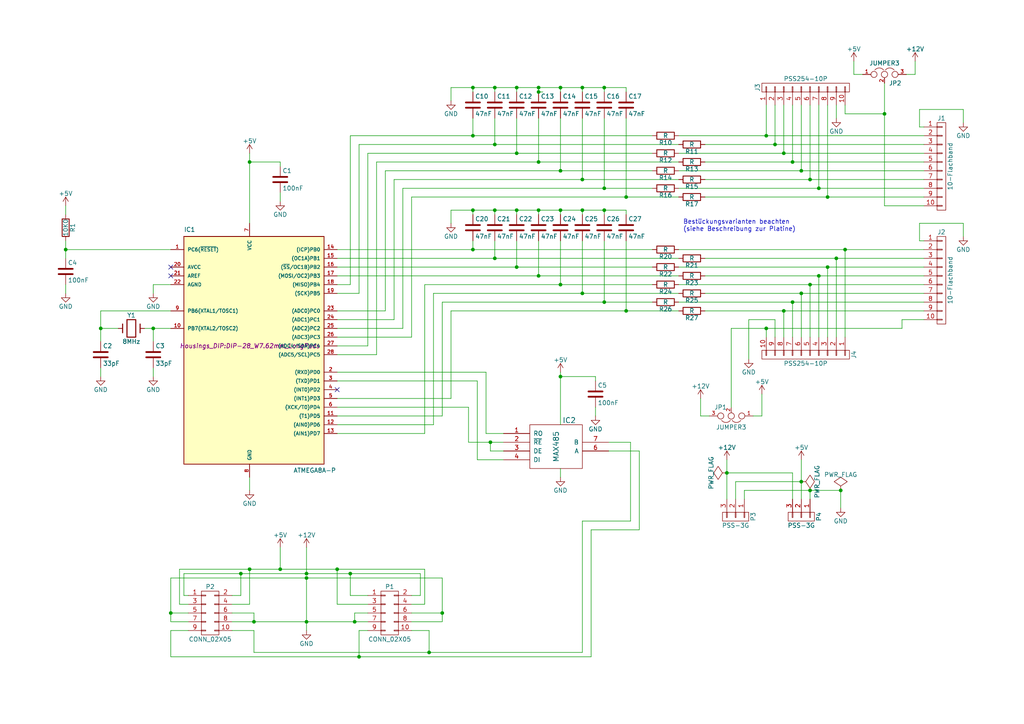
<source format=kicad_sch>
(kicad_sch (version 20230121) (generator eeschema)
  (paper "A4")
  (title_block (title "µProzessor-ATMEGA8") (date "2019-03-04") (rev "1") (comment 2 "MoBaSbS-004") (comment 3 "µProzessor Board-ATMEGA8") (comment 4 "MoBaSbS"))
  (lib_symbols
    (symbol "MoBaSbS-004-1-AtMega8-rescue:+12V" (power) (pin_names (offset 0))
      (property "Value" "+12V" (at 0 3.556 0))
      (symbol "+12V_0_1"
        (polyline (pts (xy -0.762 1.27) (xy 0 2.54)))
        (polyline (pts (xy 0 0) (xy 0 2.54)))
        (polyline (pts (xy 0 2.54) (xy 0.762 1.27)))
      )
      (symbol "+12V_1_1"
        (pin power_in line (at 0 0 90) (length 0) hide (name "+12V") (number "1"))
      )
    )
    (symbol "MoBaSbS-004-1-AtMega8-rescue:+5V" (power) (pin_names (offset 0))
      (property "Value" "+5V" (at 0 3.556 0))
      (symbol "+5V_0_1"
        (polyline (pts (xy -0.762 1.27) (xy 0 2.54)))
        (polyline (pts (xy 0 0) (xy 0 2.54)))
        (polyline (pts (xy 0 2.54) (xy 0.762 1.27)))
      )
      (symbol "+5V_1_1"
        (pin power_in line (at 0 0 90) (length 0) hide (name "+5V") (number "1"))
      )
    )
    (symbol "MoBaSbS-004-1-AtMega8-rescue:ATMEGA8A-P" (pin_names (offset 1.016))
      (property "Reference" "IC" (at -19.05 33.02 0))
      (property "Value" "ATMEGA8A-P" (at 12.7 -36.83 0))
      (property "Footprint" "DIL28" (at 0 0 0))
      (symbol "ATMEGA8A-P_0_1"
        (rectangle (start -19.05 31.75) (end 21.59 -34.29) (stroke (width 0.254)) (fill (type background)))
      )
      (symbol "ATMEGA8A-P_1_1"
        (pin bidirectional line (at -22.86 27.94 0) (length 3.81) (name "PC6(~{RESET})") (number "1"))
        (pin bidirectional line (at -22.86 5.08 0) (length 3.81) (name "PB7(XTAL2/TOSC2)") (number "10"))
        (pin bidirectional line (at 25.4 -20.32 180) (length 3.81) (name "(T1)PD5") (number "11"))
        (pin bidirectional line (at 25.4 -22.86 180) (length 3.81) (name "(AIN0)PD6") (number "12"))
        (pin bidirectional line (at 25.4 -25.4 180) (length 3.81) (name "(AIN1)PD7") (number "13"))
        (pin bidirectional line (at 25.4 27.94 180) (length 3.81) (name "(ICP)PB0") (number "14"))
        (pin bidirectional line (at 25.4 25.4 180) (length 3.81) (name "(OC1A)PB1") (number "15"))
        (pin bidirectional line (at 25.4 22.86 180) (length 3.81) (name "(~{SS}/OC1B)PB2") (number "16"))
        (pin bidirectional line (at 25.4 20.32 180) (length 3.81) (name "(MOSI/OC2)PB3") (number "17"))
        (pin bidirectional line (at 25.4 17.78 180) (length 3.81) (name "(MISO)PB4") (number "18"))
        (pin bidirectional line (at 25.4 15.24 180) (length 3.81) (name "(SCK)PB5") (number "19"))
        (pin bidirectional line (at 25.4 -7.62 180) (length 3.81) (name "(RXD)PD0") (number "2"))
        (pin power_in line (at -22.86 22.86 0) (length 3.81) (name "AVCC") (number "20"))
        (pin bidirectional line (at -22.86 20.32 0) (length 3.81) (name "AREF") (number "21"))
        (pin power_in line (at -22.86 17.78 0) (length 3.81) (name "AGND") (number "22"))
        (pin bidirectional line (at 25.4 10.16 180) (length 3.81) (name "(ADC0)PC0") (number "23"))
        (pin bidirectional line (at 25.4 7.62 180) (length 3.81) (name "(ADC1)PC1") (number "24"))
        (pin bidirectional line (at 25.4 5.08 180) (length 3.81) (name "(ADC2)PC2") (number "25"))
        (pin bidirectional line (at 25.4 2.54 180) (length 3.81) (name "(ADC3)PC3") (number "26"))
        (pin bidirectional line (at 25.4 0 180) (length 3.81) (name "(ADC4/SDA)PC4") (number "27"))
        (pin bidirectional line (at 25.4 -2.54 180) (length 3.81) (name "(ADC5/SCL)PC5") (number "28"))
        (pin bidirectional line (at 25.4 -10.16 180) (length 3.81) (name "(TXD)PD1") (number "3"))
        (pin bidirectional line (at 25.4 -12.7 180) (length 3.81) (name "(INT0)PD2") (number "4"))
        (pin bidirectional line (at 25.4 -15.24 180) (length 3.81) (name "(INT1)PD3") (number "5"))
        (pin bidirectional line (at 25.4 -17.78 180) (length 3.81) (name "(XCK/T0)PD4") (number "6"))
        (pin power_in line (at 0 35.56 270) (length 3.81) (name "VCC") (number "7"))
        (pin power_in line (at 0 -38.1 90) (length 3.81) (name "GND") (number "8"))
        (pin bidirectional line (at -22.86 10.16 0) (length 3.81) (name "PB6(XTAL1/TOSC1)") (number "9"))
      )
    )
    (symbol "MoBaSbS-004-1-AtMega8-rescue:C" (pin_numbers hide) (pin_names (offset 0.254))
      (property "Reference" "C" (at 0.635 2.54 0))
      (property "Value" "C" (at 0.635 -2.54 0))
      (symbol "C_0_1"
        (polyline (pts (xy -2.032 -0.762) (xy 2.032 -0.762)) (stroke (width 0.508)))
        (polyline (pts (xy -2.032 0.762) (xy 2.032 0.762)) (stroke (width 0.508)))
      )
      (symbol "C_1_1"
        (pin passive line (at 0 3.81 270) (length 2.794) (name "~") (number "1"))
        (pin passive line (at 0 -3.81 90) (length 2.794) (name "~") (number "2"))
      )
    )
    (symbol "MoBaSbS-004-1-AtMega8-rescue:CONN_01X03" (pin_names (offset 1.016) hide)
      (property "Reference" "P" (at 0 5.08 0))
      (property "Value" "CONN_01X03" (at 2.54 0 90))
      (symbol "CONN_01X03_0_1"
        (rectangle (start -1.27 -2.413) (end 0.254 -2.667))
        (rectangle (start -1.27 0.127) (end 0.254 -0.127))
        (rectangle (start -1.27 2.667) (end 0.254 2.413))
        (rectangle (start -1.27 3.81) (end 1.27 -3.81))
      )
      (symbol "CONN_01X03_1_1"
        (pin passive line (at -5.08 2.54 0) (length 3.81) (name "P1") (number "1"))
        (pin passive line (at -5.08 0 0) (length 3.81) (name "P2") (number "2"))
        (pin passive line (at -5.08 -2.54 0) (length 3.81) (name "P3") (number "3"))
      )
    )
    (symbol "MoBaSbS-004-1-AtMega8-rescue:CONN_01X10" (pin_names (offset 1.016) hide)
      (property "Reference" "P" (at 0 13.97 0))
      (property "Value" "CONN_01X10" (at 2.54 0 90))
      (symbol "CONN_01X10_0_1"
        (rectangle (start -1.27 -11.303) (end 0.254 -11.557))
        (rectangle (start -1.27 -8.763) (end 0.254 -9.017))
        (rectangle (start -1.27 -6.223) (end 0.254 -6.477))
        (rectangle (start -1.27 -3.683) (end 0.254 -3.937))
        (rectangle (start -1.27 -1.143) (end 0.254 -1.397))
        (rectangle (start -1.27 1.397) (end 0.254 1.143))
        (rectangle (start -1.27 3.937) (end 0.254 3.683))
        (rectangle (start -1.27 6.477) (end 0.254 6.223))
        (rectangle (start -1.27 9.017) (end 0.254 8.763))
        (rectangle (start -1.27 11.557) (end 0.254 11.303))
        (rectangle (start -1.27 12.7) (end 1.27 -12.7))
      )
      (symbol "CONN_01X10_1_1"
        (pin passive line (at -5.08 11.43 0) (length 3.81) (name "P1") (number "1"))
        (pin passive line (at -5.08 -11.43 0) (length 3.81) (name "P10") (number "10"))
        (pin passive line (at -5.08 8.89 0) (length 3.81) (name "P2") (number "2"))
        (pin passive line (at -5.08 6.35 0) (length 3.81) (name "P3") (number "3"))
        (pin passive line (at -5.08 3.81 0) (length 3.81) (name "P4") (number "4"))
        (pin passive line (at -5.08 1.27 0) (length 3.81) (name "P5") (number "5"))
        (pin passive line (at -5.08 -1.27 0) (length 3.81) (name "P6") (number "6"))
        (pin passive line (at -5.08 -3.81 0) (length 3.81) (name "P7") (number "7"))
        (pin passive line (at -5.08 -6.35 0) (length 3.81) (name "P8") (number "8"))
        (pin passive line (at -5.08 -8.89 0) (length 3.81) (name "P9") (number "9"))
      )
    )
    (symbol "MoBaSbS-004-1-AtMega8-rescue:CONN_02X05" (pin_names (offset 0.0254) hide)
      (property "Reference" "P" (at 0 7.62 0))
      (property "Value" "CONN_02X05" (at 0 -7.62 0))
      (symbol "CONN_02X05_0_1"
        (rectangle (start -2.54 -4.953) (end -1.27 -5.207))
        (rectangle (start -2.54 -2.413) (end -1.27 -2.667))
        (rectangle (start -2.54 0.127) (end -1.27 -0.127))
        (rectangle (start -2.54 2.667) (end -1.27 2.413))
        (rectangle (start -2.54 5.207) (end -1.27 4.953))
        (rectangle (start -2.54 6.35) (end 2.54 -6.35))
        (rectangle (start 1.27 -4.953) (end 2.54 -5.207))
        (rectangle (start 1.27 -2.413) (end 2.54 -2.667))
        (rectangle (start 1.27 0.127) (end 2.54 -0.127))
        (rectangle (start 1.27 2.667) (end 2.54 2.413))
        (rectangle (start 1.27 5.207) (end 2.54 4.953))
      )
      (symbol "CONN_02X05_1_1"
        (pin passive line (at -6.35 5.08 0) (length 3.81) (name "P1") (number "1"))
        (pin passive line (at 6.35 -5.08 180) (length 3.81) (name "P10") (number "10"))
        (pin passive line (at 6.35 5.08 180) (length 3.81) (name "P2") (number "2"))
        (pin passive line (at -6.35 2.54 0) (length 3.81) (name "P3") (number "3"))
        (pin passive line (at 6.35 2.54 180) (length 3.81) (name "P4") (number "4"))
        (pin passive line (at -6.35 0 0) (length 3.81) (name "P5") (number "5"))
        (pin passive line (at 6.35 0 180) (length 3.81) (name "P6") (number "6"))
        (pin passive line (at -6.35 -2.54 0) (length 3.81) (name "P7") (number "7"))
        (pin passive line (at 6.35 -2.54 180) (length 3.81) (name "P8") (number "8"))
        (pin passive line (at -6.35 -5.08 0) (length 3.81) (name "P9") (number "9"))
      )
    )
    (symbol "MoBaSbS-004-1-AtMega8-rescue:Crystal" (pin_numbers hide) (pin_names (offset 1.016) hide)
      (property "Reference" "Y" (at 0 3.81 0))
      (property "Value" "Crystal" (at 0 -3.81 0))
      (symbol "Crystal_0_1"
        (rectangle (start -1.27 2.54) (end 1.27 -2.54) (stroke (width 0.3048)))
        (polyline (pts (xy -2.54 -1.27) (xy -2.54 1.27)) (stroke (width 0.3048)))
        (polyline (pts (xy 2.54 -1.27) (xy 2.54 1.27)) (stroke (width 0.3048)))
      )
      (symbol "Crystal_1_1"
        (pin passive line (at -3.81 0 0) (length 1.27) (name "1") (number "1"))
        (pin passive line (at 3.81 0 180) (length 1.27) (name "2") (number "2"))
      )
    )
    (symbol "MoBaSbS-004-1-AtMega8-rescue:GND" (power) (pin_names (offset 0))
      (property "Value" "GND" (at 0 -3.81 0))
      (symbol "GND_0_1"
        (polyline (pts (xy 0 0) (xy 0 -1.27) (xy 1.27 -1.27) (xy 0 -2.54) (xy -1.27 -1.27) (xy 0 -1.27)))
      )
      (symbol "GND_1_1"
        (pin power_in line (at 0 0 270) (length 0) hide (name "GND") (number "1"))
      )
    )
    (symbol "MoBaSbS-004-1-AtMega8-rescue:JUMPER3" (pin_names (offset 0.762) hide)
      (property "Reference" "JP" (at 1.27 -2.54 0))
      (property "Value" "JUMPER3" (at 0 2.54 0))
      (symbol "JUMPER3_0_1"
        (circle (center -3.048 0) (radius 0.889))
        (arc (start -0.254 1.27) (mid -1.524 1.8804) (end -2.794 1.27))
        (circle (center 0 0) (radius 0.9144))
        (arc (start 2.794 1.27) (mid 1.524 1.8804) (end 0.254 1.27))
        (circle (center 3.048 0) (radius 0.889))
        (pin passive line (at -6.35 0 0) (length 2.413) (name "1") (number "1"))
        (pin passive line (at 0 -2.54 90) (length 1.524) (name "2") (number "2"))
        (pin passive line (at 6.35 0 180) (length 2.413) (name "3") (number "3"))
      )
    )
    (symbol "MoBaSbS-004-1-AtMega8-rescue:MAX485" (pin_names (offset 1.016))
      (property "Reference" "U" (at 3.81 7.62 0))
      (property "Value" "MAX485" (at 0 0 90))
      (symbol "MAX485_0_1"
        (rectangle (start -7.62 6.35) (end 7.62 -6.35))
      )
      (symbol "MAX485_1_1"
        (pin output line (at -15.24 3.81 0) (length 7.62) (name "RO") (number "1"))
        (pin input line (at -15.24 1.27 0) (length 7.62) (name "~{RE}") (number "2"))
        (pin input line (at -15.24 -1.27 0) (length 7.62) (name "DE") (number "3"))
        (pin input line (at -15.24 -3.81 0) (length 7.62) (name "DI") (number "4"))
        (pin power_in line (at 1.27 -6.35 180) (length 0) hide (name "GND") (number "5"))
        (pin bidirectional line (at 15.24 -1.27 180) (length 7.62) (name "A") (number "6"))
        (pin bidirectional line (at 15.24 1.27 180) (length 7.62) (name "B") (number "7"))
        (pin power_in line (at 1.27 6.35 180) (length 0) hide (name "VCC") (number "8"))
      )
    )
    (symbol "MoBaSbS-004-1-AtMega8-rescue:PWR_FLAG" (power) (pin_numbers hide) (pin_names (offset 0) hide)
      (property "Value" "PWR_FLAG" (at 0 4.572 0))
      (symbol "PWR_FLAG_0_0"
        (pin power_out line (at 0 0 90) (length 0) (name "pwr") (number "1"))
      )
      (symbol "PWR_FLAG_0_1"
        (polyline (pts (xy 0 0) (xy 0 1.27) (xy -1.905 2.54) (xy 0 3.81) (xy 1.905 2.54) (xy 0 1.27)))
      )
    )
    (symbol "MoBaSbS-004-1-AtMega8-rescue:R" (pin_numbers hide) (pin_names (offset 0))
      (property "Reference" "R" (at 2.032 0 90))
      (property "Value" "R" (at 0 0 90))
      (symbol "R_0_1"
        (rectangle (start -1.016 -2.54) (end 1.016 2.54) (stroke (width 0.254)))
      )
      (symbol "R_1_1"
        (pin passive line (at 0 3.81 270) (length 1.27) (name "~") (number "1"))
        (pin passive line (at 0 -3.81 90) (length 1.27) (name "~") (number "2"))
      )
    )
  )
  (junction (at 240.03 57.15))
  (junction (at 149.86 60.96))
  (junction (at 44.45 95.25))
  (junction (at 227.33 44.45))
  (junction (at 175.26 25.4))
  (junction (at 162.56 25.4))
  (junction (at 143.51 41.91))
  (junction (at 162.56 49.53))
  (junction (at 242.57 74.93))
  (junction (at 49.53 177.8))
  (junction (at 137.16 60.96))
  (junction (at 222.25 95.25))
  (junction (at 175.26 60.96))
  (junction (at 88.9 180.34))
  (junction (at 72.39 46.99))
  (junction (at 162.56 60.96))
  (junction (at 224.79 41.91))
  (junction (at 149.86 77.47))
  (junction (at 181.61 57.15))
  (junction (at 227.33 90.17))
  (junction (at 97.79 165.1))
  (junction (at 143.51 25.4))
  (junction (at 256.54 33.02))
  (junction (at 175.26 54.61))
  (junction (at 237.49 54.61))
  (junction (at 232.41 139.7))
  (junction (at 232.41 85.09))
  (junction (at 143.51 74.93))
  (junction (at 102.87 180.34))
  (junction (at 149.86 25.4))
  (junction (at 104.14 190.5))
  (junction (at 156.21 60.96))
  (junction (at 88.9 167.64))
  (junction (at 72.39 165.1))
  (junction (at 19.05 72.39))
  (junction (at 245.11 72.39))
  (junction (at 128.27 177.8))
  (junction (at 101.6 166.37))
  (junction (at 69.85 166.37))
  (junction (at 88.9 166.37))
  (junction (at 168.91 52.07))
  (junction (at 229.87 87.63))
  (junction (at 29.21 95.25))
  (junction (at 222.25 39.37))
  (junction (at 234.95 142.24))
  (junction (at 168.91 85.09))
  (junction (at 142.24 128.27))
  (junction (at 156.21 26.67))
  (junction (at 156.21 46.99))
  (junction (at 162.56 82.55))
  (junction (at 137.16 39.37))
  (junction (at 73.66 180.34))
  (junction (at 232.41 49.53))
  (junction (at 175.26 87.63))
  (junction (at 237.49 80.01))
  (junction (at 156.21 25.4))
  (junction (at 210.82 137.16))
  (junction (at 234.95 82.55))
  (junction (at 137.16 72.39))
  (junction (at 168.91 60.96))
  (junction (at 149.86 44.45))
  (junction (at 162.56 109.22))
  (junction (at 240.03 77.47))
  (junction (at 181.61 90.17))
  (junction (at 137.16 25.4))
  (junction (at 243.84 142.24))
  (junction (at 234.95 52.07))
  (junction (at 156.21 80.01))
  (junction (at 229.87 46.99))
  (junction (at 143.51 60.96))
  (junction (at 168.91 25.4))
  (junction (at 124.46 189.23))
  (junction (at 81.28 165.1))
  (no_connect (at 49.53 80.01))
  (no_connect (at 49.53 77.47))
  (no_connect (at 97.79 113.03))
  (wire (pts (xy 279.4 31.75) (xy 279.4 35.56)))
  (wire (pts (xy 97.79 90.17) (xy 111.76 90.17)))
  (wire (pts (xy 220.98 120.65) (xy 220.98 114.3)))
  (wire (pts (xy 242.57 97.79) (xy 242.57 74.93)))
  (wire (pts (xy 72.39 165.1) (xy 52.07 165.1)))
  (wire (pts (xy 168.91 26.67) (xy 168.91 25.4)))
  (wire (pts (xy 149.86 44.45) (xy 189.23 44.45)))
  (wire (pts (xy 247.65 21.59) (xy 247.65 17.78)))
  (wire (pts (xy 104.14 190.5) (xy 171.45 190.5)))
  (wire (pts (xy 156.21 46.99) (xy 196.85 46.99)))
  (wire (pts (xy 137.16 69.85) (xy 137.16 72.39)))
  (wire (pts (xy 130.81 90.17) (xy 181.61 90.17)))
  (wire (pts (xy 138.43 133.35) (xy 138.43 110.49)))
  (wire (pts (xy 242.57 74.93) (xy 267.97 74.93)))
  (wire (pts (xy 232.41 49.53) (xy 267.97 49.53)))
  (wire (pts (xy 240.03 97.79) (xy 240.03 77.47)))
  (wire (pts (xy 49.53 90.17) (xy 29.21 90.17)))
  (wire (pts (xy 49.53 177.8) (xy 54.61 177.8)))
  (wire (pts (xy 72.39 44.45) (xy 72.39 46.99)))
  (wire (pts (xy 156.21 60.96) (xy 162.56 60.96)))
  (wire (pts (xy 204.47 80.01) (xy 237.49 80.01)))
  (wire (pts (xy 196.85 87.63) (xy 229.87 87.63)))
  (wire (pts (xy 137.16 62.23) (xy 137.16 60.96)))
  (wire (pts (xy 217.17 92.71) (xy 217.17 104.14)))
  (wire (pts (xy 88.9 180.34) (xy 88.9 182.88)))
  (wire (pts (xy 73.66 182.88) (xy 73.66 189.23)))
  (wire (pts (xy 119.38 182.88) (xy 124.46 182.88)))
  (wire (pts (xy 124.46 182.88) (xy 124.46 189.23)))
  (wire (pts (xy 256.54 33.02) (xy 256.54 59.69)))
  (wire (pts (xy 88.9 158.75) (xy 88.9 166.37)))
  (wire (pts (xy 19.05 69.85) (xy 19.05 72.39)))
  (wire (pts (xy 143.51 69.85) (xy 143.51 74.93)))
  (wire (pts (xy 119.38 97.79) (xy 119.38 57.15)))
  (wire (pts (xy 101.6 82.55) (xy 101.6 39.37)))
  (wire (pts (xy 204.47 74.93) (xy 242.57 74.93)))
  (wire (pts (xy 146.05 133.35) (xy 138.43 133.35)))
  (wire (pts (xy 49.53 82.55) (xy 44.45 82.55)))
  (wire (pts (xy 19.05 62.23) (xy 19.05 59.69)))
  (wire (pts (xy 162.56 135.89) (xy 162.56 138.43)))
  (wire (pts (xy 143.51 60.96) (xy 149.86 60.96)))
  (wire (pts (xy 196.85 82.55) (xy 234.95 82.55)))
  (wire (pts (xy 106.68 100.33) (xy 106.68 44.45)))
  (wire (pts (xy 279.4 64.77) (xy 279.4 68.58)))
  (wire (pts (xy 222.25 97.79) (xy 222.25 95.25)))
  (wire (pts (xy 123.19 125.73) (xy 97.79 125.73)))
  (wire (pts (xy 222.25 95.25) (xy 261.62 95.25)))
  (wire (pts (xy 196.85 39.37) (xy 222.25 39.37)))
  (wire (pts (xy 234.95 52.07) (xy 267.97 52.07)))
  (wire (pts (xy 106.68 175.26) (xy 97.79 175.26)))
  (wire (pts (xy 237.49 30.48) (xy 237.49 54.61)))
  (wire (pts (xy 172.72 118.11) (xy 172.72 120.65)))
  (wire (pts (xy 149.86 60.96) (xy 156.21 60.96)))
  (wire (pts (xy 111.76 90.17) (xy 111.76 49.53)))
  (wire (pts (xy 44.45 82.55) (xy 44.45 85.09)))
  (wire (pts (xy 156.21 80.01) (xy 196.85 80.01)))
  (wire (pts (xy 232.41 85.09) (xy 267.97 85.09)))
  (wire (pts (xy 73.66 180.34) (xy 88.9 180.34)))
  (wire (pts (xy 205.74 120.65) (xy 203.2 120.65)))
  (wire (pts (xy 88.9 167.64) (xy 128.27 167.64)))
  (wire (pts (xy 140.97 107.95) (xy 97.79 107.95)))
  (wire (pts (xy 256.54 59.69) (xy 267.97 59.69)))
  (wire (pts (xy 49.53 190.5) (xy 104.14 190.5)))
  (wire (pts (xy 237.49 80.01) (xy 267.97 80.01)))
  (wire (pts (xy 97.79 92.71) (xy 114.3 92.71)))
  (wire (pts (xy 234.95 82.55) (xy 267.97 82.55)))
  (wire (pts (xy 142.24 128.27) (xy 146.05 128.27)))
  (wire (pts (xy 204.47 85.09) (xy 232.41 85.09)))
  (wire (pts (xy 49.53 72.39) (xy 19.05 72.39)))
  (wire (pts (xy 222.25 39.37) (xy 267.97 39.37)))
  (wire (pts (xy 162.56 69.85) (xy 162.56 82.55)))
  (wire (pts (xy 210.82 137.16) (xy 210.82 144.78)))
  (wire (pts (xy 245.11 72.39) (xy 267.97 72.39)))
  (wire (pts (xy 204.47 46.99) (xy 229.87 46.99)))
  (wire (pts (xy 81.28 55.88) (xy 81.28 58.42)))
  (wire (pts (xy 101.6 166.37) (xy 121.92 166.37)))
  (wire (pts (xy 143.51 41.91) (xy 196.85 41.91)))
  (wire (pts (xy 130.81 25.4) (xy 130.81 29.21)))
  (wire (pts (xy 49.53 167.64) (xy 49.53 177.8)))
  (wire (pts (xy 237.49 97.79) (xy 237.49 80.01)))
  (wire (pts (xy 168.91 25.4) (xy 175.26 25.4)))
  (wire (pts (xy 67.31 180.34) (xy 73.66 180.34)))
  (wire (pts (xy 266.7 64.77) (xy 279.4 64.77)))
  (wire (pts (xy 119.38 177.8) (xy 128.27 177.8)))
  (wire (pts (xy 49.53 167.64) (xy 88.9 167.64)))
  (wire (pts (xy 266.7 36.83) (xy 266.7 31.75)))
  (wire (pts (xy 137.16 34.29) (xy 137.16 39.37)))
  (wire (pts (xy 232.41 133.35) (xy 232.41 139.7)))
  (wire (pts (xy 109.22 102.87) (xy 109.22 46.99)))
  (wire (pts (xy 135.89 118.11) (xy 97.79 118.11)))
  (wire (pts (xy 81.28 165.1) (xy 72.39 165.1)))
  (wire (pts (xy 106.68 44.45) (xy 149.86 44.45)))
  (wire (pts (xy 125.73 123.19) (xy 97.79 123.19)))
  (wire (pts (xy 114.3 52.07) (xy 168.91 52.07)))
  (wire (pts (xy 143.51 34.29) (xy 143.51 41.91)))
  (wire (pts (xy 215.9 142.24) (xy 234.95 142.24)))
  (wire (pts (xy 224.79 41.91) (xy 267.97 41.91)))
  (wire (pts (xy 229.87 144.78) (xy 229.87 137.16)))
  (wire (pts (xy 266.7 31.75) (xy 279.4 31.75)))
  (wire (pts (xy 69.85 166.37) (xy 88.9 166.37)))
  (wire (pts (xy 67.31 177.8) (xy 73.66 177.8)))
  (wire (pts (xy 44.45 95.25) (xy 49.53 95.25)))
  (wire (pts (xy 34.29 95.25) (xy 29.21 95.25)))
  (wire (pts (xy 168.91 34.29) (xy 168.91 52.07)))
  (wire (pts (xy 181.61 69.85) (xy 181.61 90.17)))
  (wire (pts (xy 222.25 30.48) (xy 222.25 39.37)))
  (wire (pts (xy 175.26 34.29) (xy 175.26 54.61)))
  (wire (pts (xy 168.91 60.96) (xy 175.26 60.96)))
  (wire (pts (xy 196.85 77.47) (xy 240.03 77.47)))
  (wire (pts (xy 168.91 69.85) (xy 168.91 85.09)))
  (wire (pts (xy 124.46 189.23) (xy 168.91 189.23)))
  (wire (pts (xy 125.73 85.09) (xy 168.91 85.09)))
  (wire (pts (xy 240.03 30.48) (xy 240.03 57.15)))
  (wire (pts (xy 149.86 62.23) (xy 149.86 60.96)))
  (wire (pts (xy 212.09 95.25) (xy 222.25 95.25)))
  (wire (pts (xy 88.9 180.34) (xy 102.87 180.34)))
  (wire (pts (xy 97.79 165.1) (xy 81.28 165.1)))
  (wire (pts (xy 242.57 34.29) (xy 242.57 30.48)))
  (wire (pts (xy 149.86 77.47) (xy 189.23 77.47)))
  (wire (pts (xy 213.36 139.7) (xy 213.36 144.78)))
  (wire (pts (xy 97.79 102.87) (xy 109.22 102.87)))
  (wire (pts (xy 52.07 165.1) (xy 52.07 175.26)))
  (wire (pts (xy 143.51 26.67) (xy 143.51 25.4)))
  (wire (pts (xy 172.72 109.22) (xy 162.56 109.22)))
  (wire (pts (xy 227.33 44.45) (xy 267.97 44.45)))
  (wire (pts (xy 156.21 26.67) (xy 156.21 25.4)))
  (wire (pts (xy 240.03 57.15) (xy 267.97 57.15)))
  (wire (pts (xy 106.68 177.8) (xy 102.87 177.8)))
  (wire (pts (xy 128.27 87.63) (xy 175.26 87.63)))
  (wire (pts (xy 171.45 153.67) (xy 185.42 153.67)))
  (wire (pts (xy 128.27 167.64) (xy 128.27 177.8)))
  (wire (pts (xy 157.48 26.67) (xy 156.21 26.67)))
  (wire (pts (xy 119.38 57.15) (xy 181.61 57.15)))
  (wire (pts (xy 49.53 177.8) (xy 49.53 180.34)))
  (wire (pts (xy 175.26 69.85) (xy 175.26 87.63)))
  (wire (pts (xy 72.39 138.43) (xy 72.39 142.24)))
  (wire (pts (xy 162.56 109.22) (xy 162.56 123.19)))
  (wire (pts (xy 121.92 166.37) (xy 121.92 172.72)))
  (wire (pts (xy 88.9 167.64) (xy 88.9 180.34)))
  (wire (pts (xy 196.85 44.45) (xy 227.33 44.45)))
  (wire (pts (xy 232.41 139.7) (xy 213.36 139.7)))
  (wire (pts (xy 137.16 39.37) (xy 189.23 39.37)))
  (wire (pts (xy 116.84 95.25) (xy 116.84 54.61)))
  (wire (pts (xy 168.91 52.07) (xy 196.85 52.07)))
  (wire (pts (xy 52.07 175.26) (xy 54.61 175.26)))
  (wire (pts (xy 130.81 90.17) (xy 130.81 115.57)))
  (wire (pts (xy 182.88 128.27) (xy 176.53 128.27)))
  (wire (pts (xy 72.39 175.26) (xy 72.39 165.1)))
  (wire (pts (xy 130.81 115.57) (xy 97.79 115.57)))
  (wire (pts (xy 224.79 30.48) (xy 224.79 41.91)))
  (wire (pts (xy 196.85 54.61) (xy 237.49 54.61)))
  (wire (pts (xy 116.84 54.61) (xy 175.26 54.61)))
  (wire (pts (xy 181.61 57.15) (xy 196.85 57.15)))
  (wire (pts (xy 123.19 82.55) (xy 162.56 82.55)))
  (wire (pts (xy 114.3 92.71) (xy 114.3 52.07)))
  (wire (pts (xy 232.41 30.48) (xy 232.41 49.53)))
  (wire (pts (xy 261.62 92.71) (xy 267.97 92.71)))
  (wire (pts (xy 72.39 46.99) (xy 72.39 64.77)))
  (wire (pts (xy 69.85 172.72) (xy 69.85 166.37)))
  (wire (pts (xy 196.85 49.53) (xy 232.41 49.53)))
  (wire (pts (xy 229.87 97.79) (xy 229.87 87.63)))
  (wire (pts (xy 54.61 172.72) (xy 53.34 172.72)))
  (wire (pts (xy 128.27 177.8) (xy 128.27 180.34)))
  (wire (pts (xy 175.26 25.4) (xy 181.61 25.4)))
  (wire (pts (xy 229.87 87.63) (xy 267.97 87.63)))
  (wire (pts (xy 41.91 95.25) (xy 44.45 95.25)))
  (wire (pts (xy 53.34 166.37) (xy 69.85 166.37)))
  (wire (pts (xy 256.54 33.02) (xy 245.11 33.02)))
  (wire (pts (xy 182.88 151.13) (xy 182.88 128.27)))
  (wire (pts (xy 234.95 144.78) (xy 234.95 142.24)))
  (wire (pts (xy 97.79 175.26) (xy 97.79 165.1)))
  (wire (pts (xy 121.92 172.72) (xy 119.38 172.72)))
  (wire (pts (xy 44.45 106.68) (xy 44.45 109.22)))
  (wire (pts (xy 130.81 60.96) (xy 130.81 64.77)))
  (wire (pts (xy 262.89 21.59) (xy 265.43 21.59)))
  (wire (pts (xy 266.7 69.85) (xy 267.97 69.85)))
  (wire (pts (xy 168.91 189.23) (xy 168.91 151.13)))
  (wire (pts (xy 81.28 46.99) (xy 72.39 46.99)))
  (wire (pts (xy 162.56 49.53) (xy 189.23 49.53)))
  (wire (pts (xy 123.19 175.26) (xy 123.19 165.1)))
  (wire (pts (xy 119.38 175.26) (xy 123.19 175.26)))
  (wire (pts (xy 140.97 125.73) (xy 146.05 125.73)))
  (wire (pts (xy 162.56 26.67) (xy 162.56 25.4)))
  (wire (pts (xy 171.45 190.5) (xy 171.45 153.67)))
  (wire (pts (xy 67.31 182.88) (xy 73.66 182.88)))
  (wire (pts (xy 104.14 41.91) (xy 143.51 41.91)))
  (wire (pts (xy 156.21 69.85) (xy 156.21 80.01)))
  (wire (pts (xy 81.28 158.75) (xy 81.28 165.1)))
  (wire (pts (xy 196.85 72.39) (xy 245.11 72.39)))
  (wire (pts (xy 49.53 182.88) (xy 49.53 190.5)))
  (wire (pts (xy 19.05 72.39) (xy 19.05 74.93)))
  (wire (pts (xy 101.6 172.72) (xy 101.6 166.37)))
  (wire (pts (xy 106.68 182.88) (xy 104.14 182.88)))
  (wire (pts (xy 54.61 182.88) (xy 49.53 182.88)))
  (wire (pts (xy 97.79 95.25) (xy 116.84 95.25)))
  (wire (pts (xy 215.9 144.78) (xy 215.9 142.24)))
  (wire (pts (xy 128.27 87.63) (xy 128.27 120.65)))
  (wire (pts (xy 227.33 90.17) (xy 267.97 90.17)))
  (wire (pts (xy 185.42 130.81) (xy 176.53 130.81)))
  (wire (pts (xy 73.66 189.23) (xy 124.46 189.23)))
  (wire (pts (xy 97.79 77.47) (xy 149.86 77.47)))
  (wire (pts (xy 111.76 49.53) (xy 162.56 49.53)))
  (wire (pts (xy 149.86 69.85) (xy 149.86 77.47)))
  (wire (pts (xy 128.27 180.34) (xy 119.38 180.34)))
  (wire (pts (xy 97.79 80.01) (xy 156.21 80.01)))
  (wire (pts (xy 29.21 95.25) (xy 29.21 99.06)))
  (wire (pts (xy 146.05 130.81) (xy 142.24 130.81)))
  (wire (pts (xy 149.86 26.67) (xy 149.86 25.4)))
  (wire (pts (xy 130.81 25.4) (xy 137.16 25.4)))
  (wire (pts (xy 143.51 74.93) (xy 196.85 74.93)))
  (wire (pts (xy 49.53 180.34) (xy 54.61 180.34)))
  (wire (pts (xy 137.16 25.4) (xy 143.51 25.4)))
  (wire (pts (xy 175.26 60.96) (xy 181.61 60.96)))
  (wire (pts (xy 88.9 166.37) (xy 101.6 166.37)))
  (wire (pts (xy 137.16 60.96) (xy 143.51 60.96)))
  (wire (pts (xy 162.56 60.96) (xy 162.56 62.23)))
  (wire (pts (xy 232.41 97.79) (xy 232.41 85.09)))
  (wire (pts (xy 237.49 54.61) (xy 267.97 54.61)))
  (wire (pts (xy 181.61 60.96) (xy 181.61 62.23)))
  (wire (pts (xy 81.28 48.26) (xy 81.28 46.99)))
  (wire (pts (xy 232.41 139.7) (xy 232.41 144.78)))
  (wire (pts (xy 181.61 90.17) (xy 196.85 90.17)))
  (wire (pts (xy 156.21 62.23) (xy 156.21 60.96)))
  (wire (pts (xy 168.91 85.09) (xy 196.85 85.09)))
  (wire (pts (xy 204.47 52.07) (xy 234.95 52.07)))
  (wire (pts (xy 53.34 172.72) (xy 53.34 166.37)))
  (wire (pts (xy 102.87 180.34) (xy 106.68 180.34)))
  (wire (pts (xy 266.7 69.85) (xy 266.7 64.77)))
  (wire (pts (xy 265.43 21.59) (xy 265.43 17.78)))
  (wire (pts (xy 250.19 21.59) (xy 247.65 21.59)))
  (wire (pts (xy 125.73 85.09) (xy 125.73 123.19)))
  (wire (pts (xy 261.62 95.25) (xy 261.62 92.71)))
  (wire (pts (xy 97.79 74.93) (xy 143.51 74.93)))
  (wire (pts (xy 97.79 72.39) (xy 137.16 72.39)))
  (wire (pts (xy 19.05 82.55) (xy 19.05 85.09)))
  (wire (pts (xy 130.81 60.96) (xy 137.16 60.96)))
  (wire (pts (xy 224.79 92.71) (xy 217.17 92.71)))
  (wire (pts (xy 123.19 165.1) (xy 97.79 165.1)))
  (wire (pts (xy 140.97 107.95) (xy 140.97 125.73)))
  (wire (pts (xy 212.09 95.25) (xy 212.09 118.11)))
  (wire (pts (xy 172.72 110.49) (xy 172.72 109.22)))
  (wire (pts (xy 256.54 24.13) (xy 256.54 33.02)))
  (wire (pts (xy 104.14 182.88) (xy 104.14 190.5)))
  (wire (pts (xy 162.56 82.55) (xy 189.23 82.55)))
  (wire (pts (xy 142.24 130.81) (xy 142.24 128.27)))
  (wire (pts (xy 168.91 62.23) (xy 168.91 60.96)))
  (wire (pts (xy 245.11 97.79) (xy 245.11 72.39)))
  (wire (pts (xy 44.45 99.06) (xy 44.45 95.25)))
  (wire (pts (xy 104.14 85.09) (xy 104.14 41.91)))
  (wire (pts (xy 137.16 25.4) (xy 137.16 26.67)))
  (wire (pts (xy 203.2 120.65) (xy 203.2 115.57)))
  (wire (pts (xy 245.11 33.02) (xy 245.11 30.48)))
  (wire (pts (xy 29.21 106.68) (xy 29.21 109.22)))
  (wire (pts (xy 138.43 110.49) (xy 97.79 110.49)))
  (wire (pts (xy 101.6 39.37) (xy 137.16 39.37)))
  (wire (pts (xy 204.47 57.15) (xy 240.03 57.15)))
  (wire (pts (xy 240.03 77.47) (xy 267.97 77.47)))
  (wire (pts (xy 97.79 100.33) (xy 106.68 100.33)))
  (wire (pts (xy 229.87 30.48) (xy 229.87 46.99)))
  (wire (pts (xy 73.66 177.8) (xy 73.66 180.34)))
  (wire (pts (xy 175.26 54.61) (xy 189.23 54.61)))
  (wire (pts (xy 97.79 82.55) (xy 101.6 82.55)))
  (wire (pts (xy 128.27 120.65) (xy 97.79 120.65)))
  (wire (pts (xy 135.89 128.27) (xy 135.89 118.11)))
  (wire (pts (xy 227.33 97.79) (xy 227.33 90.17)))
  (wire (pts (xy 229.87 137.16) (xy 210.82 137.16)))
  (wire (pts (xy 162.56 60.96) (xy 168.91 60.96)))
  (wire (pts (xy 234.95 30.48) (xy 234.95 52.07)))
  (wire (pts (xy 143.51 62.23) (xy 143.51 60.96)))
  (wire (pts (xy 162.56 34.29) (xy 162.56 49.53)))
  (wire (pts (xy 175.26 87.63) (xy 189.23 87.63)))
  (wire (pts (xy 149.86 25.4) (xy 156.21 25.4)))
  (wire (pts (xy 210.82 133.35) (xy 210.82 137.16)))
  (wire (pts (xy 224.79 97.79) (xy 224.79 92.71)))
  (wire (pts (xy 204.47 41.91) (xy 224.79 41.91)))
  (wire (pts (xy 227.33 30.48) (xy 227.33 44.45)))
  (wire (pts (xy 67.31 172.72) (xy 69.85 172.72)))
  (wire (pts (xy 143.51 25.4) (xy 149.86 25.4)))
  (wire (pts (xy 175.26 26.67) (xy 175.26 25.4)))
  (wire (pts (xy 135.89 128.27) (xy 142.24 128.27)))
  (wire (pts (xy 162.56 107.95) (xy 162.56 109.22)))
  (wire (pts (xy 234.95 97.79) (xy 234.95 82.55)))
  (wire (pts (xy 229.87 46.99) (xy 267.97 46.99)))
  (wire (pts (xy 102.87 177.8) (xy 102.87 180.34)))
  (wire (pts (xy 67.31 175.26) (xy 72.39 175.26)))
  (wire (pts (xy 156.21 25.4) (xy 162.56 25.4)))
  (wire (pts (xy 162.56 25.4) (xy 168.91 25.4)))
  (wire (pts (xy 181.61 25.4) (xy 181.61 26.67)))
  (wire (pts (xy 97.79 85.09) (xy 104.14 85.09)))
  (wire (pts (xy 149.86 34.29) (xy 149.86 44.45)))
  (wire (pts (xy 156.21 34.29) (xy 156.21 46.99)))
  (wire (pts (xy 243.84 142.24) (xy 243.84 147.32)))
  (wire (pts (xy 29.21 90.17) (xy 29.21 95.25)))
  (wire (pts (xy 267.97 36.83) (xy 266.7 36.83)))
  (wire (pts (xy 106.68 172.72) (xy 101.6 172.72)))
  (wire (pts (xy 123.19 82.55) (xy 123.19 125.73)))
  (wire (pts (xy 218.44 120.65) (xy 220.98 120.65)))
  (wire (pts (xy 168.91 151.13) (xy 182.88 151.13)))
  (wire (pts (xy 185.42 153.67) (xy 185.42 130.81)))
  (wire (pts (xy 137.16 72.39) (xy 189.23 72.39)))
  (wire (pts (xy 109.22 46.99) (xy 156.21 46.99)))
  (wire (pts (xy 204.47 90.17) (xy 227.33 90.17)))
  (wire (pts (xy 97.79 97.79) (xy 119.38 97.79)))
  (wire (pts (xy 175.26 62.23) (xy 175.26 60.96)))
  (wire (pts (xy 234.95 142.24) (xy 243.84 142.24)))
  (wire (pts (xy 181.61 34.29) (xy 181.61 57.15)))
  (text "Bestückungsvarianten beachten \n(siehe Beschreibung zur Platine)" (at 198.12 67.31 0) (effects (font (size 1.2954 1.2954)) (justify left bottom)))
  (symbol (lib_id "MoBaSbS-004-1-AtMega8-rescue:ATMEGA8A-P") (at 72.39 100.33 0) (unit 1)
    (property "Reference" "IC1" (at 53.34 67.31 0) (effects (justify left bottom)))
    (property "Value" "ATMEGA8A-P" (at 85.09 137.16 0) (effects (justify left bottom)))
    (property "Footprint" "Housings_DIP:DIP-28_W7.62mm_LongPads" (at 72.39 100.33 0) (effects (font italic)))
  )
  (symbol (lib_id "MoBaSbS-004-1-AtMega8-rescue:+5V") (at 72.39 44.45 0) (unit 1)
    (property "Reference" "#PWR01" (effects hide))
    (property "Value" "+5V" (at 72.39 40.894 0))
  )
  (symbol (lib_id "MoBaSbS-004-1-AtMega8-rescue:GND") (at 72.39 142.24 0) (unit 1)
    (property "Reference" "#PWR02" (effects hide))
    (property "Value" "GND" (at 72.39 146.05 0))
  )
  (symbol (lib_id "MoBaSbS-004-1-AtMega8-rescue:GND") (at 81.28 58.42 0) (unit 1)
    (property "Reference" "#PWR03" (effects hide))
    (property "Value" "GND" (at 81.28 62.23 0))
  )
  (symbol (lib_id "MoBaSbS-004-1-AtMega8-rescue:C") (at 81.28 52.07 0) (unit 1)
    (property "Reference" "C1" (at 81.915 49.53 0) (effects (justify left)))
    (property "Value" "100nF" (at 81.915 54.61 0) (effects (justify left)))
    (property "Footprint" "Capacitors_SMD:C_1206" (effects hide))
  )
  (symbol (lib_id "MoBaSbS-004-1-AtMega8-rescue:Crystal") (at 38.1 95.25 0) (unit 1)
    (property "Reference" "Y1" (at 38.1 91.44 0))
    (property "Value" "8MHz" (at 38.1 99.06 0))
    (property "Footprint" "Crystals:Crystal_HC49-U_Vertical" (effects hide))
  )
  (symbol (lib_id "MoBaSbS-004-1-AtMega8-rescue:C") (at 44.45 102.87 0) (unit 1)
    (property "Reference" "C3" (at 45.085 100.33 0) (effects (justify left)))
    (property "Value" "33pF" (at 45.085 105.41 0) (effects (justify left)))
    (property "Footprint" "Capacitors_SMD:C_1206" (effects hide))
  )
  (symbol (lib_id "MoBaSbS-004-1-AtMega8-rescue:C") (at 29.21 102.87 0) (unit 1)
    (property "Reference" "C2" (at 29.845 100.33 0) (effects (justify left)))
    (property "Value" "33pF" (at 29.845 105.41 0) (effects (justify left)))
    (property "Footprint" "Capacitors_SMD:C_1206" (effects hide))
  )
  (symbol (lib_id "MoBaSbS-004-1-AtMega8-rescue:GND") (at 44.45 109.22 0) (unit 1)
    (property "Reference" "#PWR04" (effects hide))
    (property "Value" "GND" (at 44.45 113.03 0))
  )
  (symbol (lib_id "MoBaSbS-004-1-AtMega8-rescue:GND") (at 29.21 109.22 0) (unit 1)
    (property "Reference" "#PWR05" (effects hide))
    (property "Value" "GND" (at 29.21 113.03 0))
  )
  (symbol (lib_id "MoBaSbS-004-1-AtMega8-rescue:C") (at 19.05 78.74 0) (unit 1)
    (property "Reference" "C4" (at 19.685 76.2 0) (effects (justify left)))
    (property "Value" "100nF" (at 19.685 81.28 0) (effects (justify left)))
    (property "Footprint" "Capacitors_SMD:C_1206" (effects hide))
  )
  (symbol (lib_id "MoBaSbS-004-1-AtMega8-rescue:R") (at 19.05 66.04 0) (unit 1)
    (property "Reference" "R1" (at 21.082 66.04 90))
    (property "Value" "10K0" (at 19.05 66.04 90))
    (property "Footprint" "Resistors_SMD:R_1206" (effects hide))
  )
  (symbol (lib_id "MoBaSbS-004-1-AtMega8-rescue:GND") (at 19.05 85.09 0) (unit 1)
    (property "Reference" "#PWR06" (effects hide))
    (property "Value" "GND" (at 19.05 88.9 0))
  )
  (symbol (lib_id "MoBaSbS-004-1-AtMega8-rescue:+5V") (at 19.05 59.69 0) (unit 1)
    (property "Reference" "#PWR07" (effects hide))
    (property "Value" "+5V" (at 19.05 56.134 0))
  )
  (symbol (lib_id "MoBaSbS-004-1-AtMega8-rescue:MAX485") (at 161.29 129.54 0) (unit 1)
    (property "Reference" "IC2" (at 165.1 121.92 0) (effects (font (size 1.524 1.524))))
    (property "Value" "MAX485" (at 161.29 129.54 90) (effects (font (size 1.524 1.524))))
    (property "Footprint" "Housings_DIP:DIP-8_W7.62mm_LongPads" (effects hide))
  )
  (symbol (lib_id "MoBaSbS-004-1-AtMega8-rescue:+5V") (at 162.56 107.95 0) (unit 1)
    (property "Reference" "#PWR08" (effects hide))
    (property "Value" "+5V" (at 162.56 104.394 0))
  )
  (symbol (lib_id "MoBaSbS-004-1-AtMega8-rescue:GND") (at 172.72 120.65 0) (unit 1)
    (property "Reference" "#PWR09" (effects hide))
    (property "Value" "GND" (at 172.72 124.46 0))
  )
  (symbol (lib_id "MoBaSbS-004-1-AtMega8-rescue:GND") (at 162.56 138.43 0) (unit 1)
    (property "Reference" "#PWR010" (effects hide))
    (property "Value" "GND" (at 162.56 142.24 0))
  )
  (symbol (lib_id "MoBaSbS-004-1-AtMega8-rescue:C") (at 172.72 114.3 0) (unit 1)
    (property "Reference" "C5" (at 173.355 111.76 0) (effects (justify left)))
    (property "Value" "100nF" (at 173.355 116.84 0) (effects (justify left)))
    (property "Footprint" "Capacitors_SMD:C_1206" (effects hide))
  )
  (symbol (lib_id "MoBaSbS-004-1-AtMega8-rescue:CONN_01X10") (at 273.05 48.26 0) (unit 1)
    (property "Reference" "J1" (at 273.05 34.29 0))
    (property "Value" "10-Flachband" (at 275.59 48.26 90))
    (property "Footprint" "Connect:IDC_Header_Straight_10pins" (effects hide))
  )
  (symbol (lib_id "MoBaSbS-004-1-AtMega8-rescue:CONN_01X10") (at 273.05 81.28 0) (unit 1)
    (property "Reference" "J2" (at 273.05 67.31 0))
    (property "Value" "10-Flachband" (at 275.59 81.28 90))
    (property "Footprint" "Connect:IDC_Header_Straight_10pins" (effects hide))
  )
  (symbol (lib_id "MoBaSbS-004-1-AtMega8-rescue:GND") (at 279.4 35.56 0) (unit 1)
    (property "Reference" "#PWR011" (effects hide))
    (property "Value" "GND" (at 279.4 39.37 0))
  )
  (symbol (lib_id "MoBaSbS-004-1-AtMega8-rescue:GND") (at 279.4 68.58 0) (unit 1)
    (property "Reference" "#PWR012" (effects hide))
    (property "Value" "GND" (at 279.4 72.39 0))
  )
  (symbol (lib_id "MoBaSbS-004-1-AtMega8-rescue:GND") (at 44.45 85.09 0) (unit 1)
    (property "Reference" "#PWR013" (effects hide))
    (property "Value" "GND" (at 44.45 88.9 0))
  )
  (symbol (lib_id "MoBaSbS-004-1-AtMega8-rescue:R") (at 193.04 39.37 270) (unit 1)
    (property "Reference" "R10" (at 193.04 41.402 90))
    (property "Value" "R" (at 193.04 39.37 90))
    (property "Footprint" "Resistors_SMD:R_1206" (effects hide))
  )
  (symbol (lib_id "MoBaSbS-004-1-AtMega8-rescue:R") (at 200.66 41.91 270) (unit 1)
    (property "Reference" "R11" (at 200.66 43.942 90))
    (property "Value" "R" (at 200.66 41.91 90))
    (property "Footprint" "Resistors_SMD:R_1206" (effects hide))
  )
  (symbol (lib_id "MoBaSbS-004-1-AtMega8-rescue:R") (at 193.04 44.45 270) (unit 1)
    (property "Reference" "R12" (at 193.04 46.482 90))
    (property "Value" "R" (at 193.04 44.45 90))
    (property "Footprint" "Resistors_SMD:R_1206" (effects hide))
  )
  (symbol (lib_id "MoBaSbS-004-1-AtMega8-rescue:R") (at 200.66 46.99 270) (unit 1)
    (property "Reference" "R13" (at 200.66 49.022 90))
    (property "Value" "R" (at 200.66 46.99 90))
    (property "Footprint" "Resistors_SMD:R_1206" (effects hide))
  )
  (symbol (lib_id "MoBaSbS-004-1-AtMega8-rescue:R") (at 193.04 49.53 270) (unit 1)
    (property "Reference" "R14" (at 193.04 51.562 90))
    (property "Value" "R" (at 193.04 49.53 90))
    (property "Footprint" "Resistors_SMD:R_1206" (effects hide))
  )
  (symbol (lib_id "MoBaSbS-004-1-AtMega8-rescue:R") (at 200.66 52.07 270) (unit 1)
    (property "Reference" "R15" (at 200.66 54.102 90))
    (property "Value" "R" (at 200.66 52.07 90))
    (property "Footprint" "Resistors_SMD:R_1206" (effects hide))
  )
  (symbol (lib_id "MoBaSbS-004-1-AtMega8-rescue:R") (at 193.04 54.61 270) (unit 1)
    (property "Reference" "R16" (at 193.04 56.642 90))
    (property "Value" "R" (at 193.04 54.61 90))
    (property "Footprint" "Resistors_SMD:R_1206" (effects hide))
  )
  (symbol (lib_id "MoBaSbS-004-1-AtMega8-rescue:R") (at 200.66 57.15 270) (unit 1)
    (property "Reference" "R17" (at 200.66 59.182 90))
    (property "Value" "R" (at 200.66 57.15 90))
    (property "Footprint" "Resistors_SMD:R_1206" (effects hide))
  )
  (symbol (lib_id "MoBaSbS-004-1-AtMega8-rescue:R") (at 193.04 72.39 270) (unit 1)
    (property "Reference" "R20" (at 193.04 74.422 90))
    (property "Value" "R" (at 193.04 72.39 90))
    (property "Footprint" "Resistors_SMD:R_1206" (effects hide))
  )
  (symbol (lib_id "MoBaSbS-004-1-AtMega8-rescue:R") (at 200.66 74.93 270) (unit 1)
    (property "Reference" "R21" (at 200.66 76.962 90))
    (property "Value" "R" (at 200.66 74.93 90))
    (property "Footprint" "Resistors_SMD:R_1206" (effects hide))
  )
  (symbol (lib_id "MoBaSbS-004-1-AtMega8-rescue:R") (at 193.04 77.47 270) (unit 1)
    (property "Reference" "R22" (at 193.04 79.502 90))
    (property "Value" "R" (at 193.04 77.47 90))
    (property "Footprint" "Resistors_SMD:R_1206" (effects hide))
  )
  (symbol (lib_id "MoBaSbS-004-1-AtMega8-rescue:+5V") (at 81.28 158.75 0) (unit 1)
    (property "Reference" "#PWR014" (effects hide))
    (property "Value" "+5V" (at 81.28 155.194 0))
  )
  (symbol (lib_id "MoBaSbS-004-1-AtMega8-rescue:+12V") (at 88.9 158.75 0) (unit 1)
    (property "Reference" "#PWR015" (effects hide))
    (property "Value" "+12V" (at 88.9 155.194 0))
  )
  (symbol (lib_id "MoBaSbS-004-1-AtMega8-rescue:GND") (at 88.9 182.88 0) (unit 1)
    (property "Reference" "#PWR016" (effects hide))
    (property "Value" "GND" (at 88.9 186.69 0))
  )
  (symbol (lib_id "MoBaSbS-004-1-AtMega8-rescue:R") (at 200.66 80.01 270) (unit 1)
    (property "Reference" "R23" (at 200.66 82.042 90))
    (property "Value" "R" (at 200.66 80.01 90))
    (property "Footprint" "Resistors_SMD:R_1206" (effects hide))
  )
  (symbol (lib_id "MoBaSbS-004-1-AtMega8-rescue:R") (at 193.04 82.55 270) (unit 1)
    (property "Reference" "R24" (at 193.04 84.582 90))
    (property "Value" "R" (at 193.04 82.55 90))
    (property "Footprint" "Resistors_SMD:R_1206" (effects hide))
  )
  (symbol (lib_id "MoBaSbS-004-1-AtMega8-rescue:R") (at 200.66 85.09 270) (unit 1)
    (property "Reference" "R25" (at 200.66 87.122 90))
    (property "Value" "R" (at 200.66 85.09 90))
    (property "Footprint" "Resistors_SMD:R_1206" (effects hide))
  )
  (symbol (lib_id "MoBaSbS-004-1-AtMega8-rescue:R") (at 193.04 87.63 270) (unit 1)
    (property "Reference" "R26" (at 193.04 89.662 90))
    (property "Value" "R" (at 193.04 87.63 90))
    (property "Footprint" "Resistors_SMD:R_1206" (effects hide))
  )
  (symbol (lib_id "MoBaSbS-004-1-AtMega8-rescue:R") (at 200.66 90.17 270) (unit 1)
    (property "Reference" "R27" (at 200.66 92.202 90))
    (property "Value" "R" (at 200.66 90.17 90))
    (property "Footprint" "Resistors_SMD:R_1206" (effects hide))
  )
  (symbol (lib_id "MoBaSbS-004-1-AtMega8-rescue:C") (at 137.16 30.48 0) (unit 1)
    (property "Reference" "C10" (at 137.795 27.94 0) (effects (justify left)))
    (property "Value" "47nF" (at 137.795 33.02 0) (effects (justify left)))
    (property "Footprint" "Capacitors_SMD:C_1206" (effects hide))
  )
  (symbol (lib_id "MoBaSbS-004-1-AtMega8-rescue:C") (at 143.51 30.48 0) (unit 1)
    (property "Reference" "C11" (at 144.145 27.94 0) (effects (justify left)))
    (property "Value" "47nF" (at 144.145 33.02 0) (effects (justify left)))
    (property "Footprint" "Capacitors_SMD:C_1206" (effects hide))
  )
  (symbol (lib_id "MoBaSbS-004-1-AtMega8-rescue:C") (at 149.86 30.48 0) (unit 1)
    (property "Reference" "C12" (at 150.495 27.94 0) (effects (justify left)))
    (property "Value" "47nF" (at 150.495 33.02 0) (effects (justify left)))
    (property "Footprint" "Capacitors_SMD:C_1206" (effects hide))
  )
  (symbol (lib_id "MoBaSbS-004-1-AtMega8-rescue:C") (at 156.21 30.48 0) (unit 1)
    (property "Reference" "C13" (at 156.845 27.94 0) (effects (justify left)))
    (property "Value" "47nF" (at 156.845 33.02 0) (effects (justify left)))
    (property "Footprint" "Capacitors_SMD:C_1206" (effects hide))
  )
  (symbol (lib_id "MoBaSbS-004-1-AtMega8-rescue:C") (at 162.56 30.48 0) (unit 1)
    (property "Reference" "C14" (at 163.195 27.94 0) (effects (justify left)))
    (property "Value" "47nF" (at 163.195 33.02 0) (effects (justify left)))
    (property "Footprint" "Capacitors_SMD:C_1206" (effects hide))
  )
  (symbol (lib_id "MoBaSbS-004-1-AtMega8-rescue:C") (at 168.91 30.48 0) (unit 1)
    (property "Reference" "C15" (at 169.545 27.94 0) (effects (justify left)))
    (property "Value" "47nF" (at 169.545 33.02 0) (effects (justify left)))
    (property "Footprint" "Capacitors_SMD:C_1206" (effects hide))
  )
  (symbol (lib_id "MoBaSbS-004-1-AtMega8-rescue:C") (at 175.26 30.48 0) (unit 1)
    (property "Reference" "C16" (at 175.895 27.94 0) (effects (justify left)))
    (property "Value" "47nF" (at 175.895 33.02 0) (effects (justify left)))
    (property "Footprint" "Capacitors_SMD:C_1206" (effects hide))
  )
  (symbol (lib_id "MoBaSbS-004-1-AtMega8-rescue:C") (at 181.61 30.48 0) (unit 1)
    (property "Reference" "C17" (at 182.245 27.94 0) (effects (justify left)))
    (property "Value" "47nF" (at 182.245 33.02 0) (effects (justify left)))
    (property "Footprint" "Capacitors_SMD:C_1206" (effects hide))
  )
  (symbol (lib_id "MoBaSbS-004-1-AtMega8-rescue:C") (at 137.16 66.04 0) (unit 1)
    (property "Reference" "C20" (at 137.795 63.5 0) (effects (justify left)))
    (property "Value" "47nF" (at 137.795 68.58 0) (effects (justify left)))
    (property "Footprint" "Capacitors_SMD:C_1206" (effects hide))
  )
  (symbol (lib_id "MoBaSbS-004-1-AtMega8-rescue:C") (at 143.51 66.04 0) (unit 1)
    (property "Reference" "C21" (at 144.145 63.5 0) (effects (justify left)))
    (property "Value" "47nF" (at 144.145 68.58 0) (effects (justify left)))
    (property "Footprint" "Capacitors_SMD:C_1206" (effects hide))
  )
  (symbol (lib_id "MoBaSbS-004-1-AtMega8-rescue:C") (at 149.86 66.04 0) (unit 1)
    (property "Reference" "C22" (at 150.495 63.5 0) (effects (justify left)))
    (property "Value" "47nF" (at 150.495 68.58 0) (effects (justify left)))
    (property "Footprint" "Capacitors_SMD:C_1206" (effects hide))
  )
  (symbol (lib_id "MoBaSbS-004-1-AtMega8-rescue:C") (at 156.21 66.04 0) (unit 1)
    (property "Reference" "C23" (at 156.845 63.5 0) (effects (justify left)))
    (property "Value" "47nF" (at 156.845 68.58 0) (effects (justify left)))
    (property "Footprint" "Capacitors_SMD:C_1206" (effects hide))
  )
  (symbol (lib_id "MoBaSbS-004-1-AtMega8-rescue:C") (at 162.56 66.04 0) (unit 1)
    (property "Reference" "C24" (at 163.195 63.5 0) (effects (justify left)))
    (property "Value" "47nF" (at 163.195 68.58 0) (effects (justify left)))
    (property "Footprint" "Capacitors_SMD:C_1206" (effects hide))
  )
  (symbol (lib_id "MoBaSbS-004-1-AtMega8-rescue:C") (at 168.91 66.04 0) (unit 1)
    (property "Reference" "C25" (at 169.545 63.5 0) (effects (justify left)))
    (property "Value" "47nF" (at 169.545 68.58 0) (effects (justify left)))
    (property "Footprint" "Capacitors_SMD:C_1206" (effects hide))
  )
  (symbol (lib_id "MoBaSbS-004-1-AtMega8-rescue:C") (at 175.26 66.04 0) (unit 1)
    (property "Reference" "C26" (at 175.895 63.5 0) (effects (justify left)))
    (property "Value" "47nF" (at 175.895 68.58 0) (effects (justify left)))
    (property "Footprint" "Capacitors_SMD:C_1206" (effects hide))
  )
  (symbol (lib_id "MoBaSbS-004-1-AtMega8-rescue:C") (at 181.61 66.04 0) (unit 1)
    (property "Reference" "C27" (at 182.245 63.5 0) (effects (justify left)))
    (property "Value" "47nF" (at 182.245 68.58 0) (effects (justify left)))
    (property "Footprint" "Capacitors_SMD:C_1206" (effects hide))
  )
  (symbol (lib_id "MoBaSbS-004-1-AtMega8-rescue:GND") (at 130.81 29.21 0) (unit 1)
    (property "Reference" "#PWR017" (effects hide))
    (property "Value" "GND" (at 130.81 33.02 0))
  )
  (symbol (lib_id "MoBaSbS-004-1-AtMega8-rescue:GND") (at 130.81 64.77 0) (unit 1)
    (property "Reference" "#PWR018" (effects hide))
    (property "Value" "GND" (at 130.81 68.58 0))
  )
  (symbol (lib_id "MoBaSbS-004-1-AtMega8-rescue:CONN_01X10") (at 233.68 25.4 90) (unit 1)
    (property "Reference" "J3" (at 219.71 25.4 0))
    (property "Value" "PSS254-10P" (at 233.68 22.86 90))
    (property "Footprint" "StefanFootPin:PSS254-10G" (effects hide))
  )
  (symbol (lib_id "MoBaSbS-004-1-AtMega8-rescue:CONN_01X10") (at 233.68 102.87 270) (unit 1)
    (property "Reference" "J4" (at 247.65 102.87 0))
    (property "Value" "PSS254-10P" (at 233.68 105.41 90))
    (property "Footprint" "StefanFootPin:PSS254-10G" (effects hide))
  )
  (symbol (lib_id "MoBaSbS-004-1-AtMega8-rescue:JUMPER3") (at 256.54 21.59 0) (unit 1)
    (property "Reference" "JP2" (at 257.81 24.13 0) (effects (justify left)))
    (property "Value" "JUMPER3" (at 256.54 19.05 0) (effects (justify bottom)))
    (property "Footprint" "Pin_Headers:Pin_Header_Straight_1x03" (effects hide))
  )
  (symbol (lib_id "MoBaSbS-004-1-AtMega8-rescue:JUMPER3") (at 212.09 120.65 180) (unit 1)
    (property "Reference" "JP1" (at 210.82 118.11 0) (effects (justify left)))
    (property "Value" "JUMPER3" (at 212.09 123.19 0) (effects (justify bottom)))
    (property "Footprint" "Pin_Headers:Pin_Header_Straight_1x03" (effects hide))
  )
  (symbol (lib_id "MoBaSbS-004-1-AtMega8-rescue:GND") (at 242.57 34.29 0) (unit 1)
    (property "Reference" "#PWR019" (effects hide))
    (property "Value" "GND" (at 242.57 38.1 0))
  )
  (symbol (lib_id "MoBaSbS-004-1-AtMega8-rescue:GND") (at 217.17 104.14 0) (unit 1)
    (property "Reference" "#PWR020" (effects hide))
    (property "Value" "GND" (at 217.17 107.95 0))
  )
  (symbol (lib_id "MoBaSbS-004-1-AtMega8-rescue:+12V") (at 265.43 17.78 0) (unit 1)
    (property "Reference" "#PWR021" (effects hide))
    (property "Value" "+12V" (at 265.43 14.224 0))
  )
  (symbol (lib_id "MoBaSbS-004-1-AtMega8-rescue:+12V") (at 203.2 115.57 0) (unit 1)
    (property "Reference" "#PWR022" (effects hide))
    (property "Value" "+12V" (at 203.2 112.014 0))
  )
  (symbol (lib_id "MoBaSbS-004-1-AtMega8-rescue:+5V") (at 220.98 114.3 0) (unit 1)
    (property "Reference" "#PWR023" (effects hide))
    (property "Value" "+5V" (at 220.98 110.744 0))
  )
  (symbol (lib_id "MoBaSbS-004-1-AtMega8-rescue:+5V") (at 247.65 17.78 0) (unit 1)
    (property "Reference" "#PWR024" (effects hide))
    (property "Value" "+5V" (at 247.65 14.224 0))
  )
  (symbol (lib_id "MoBaSbS-004-1-AtMega8-rescue:CONN_02X05") (at 113.03 177.8 0) (unit 1)
    (property "Reference" "P1" (at 113.03 170.18 0))
    (property "Value" "CONN_02X05" (at 113.03 185.42 0))
    (property "Footprint" "Pin_Headers:Pin_Header_Angled_2x05" (effects hide))
  )
  (symbol (lib_id "MoBaSbS-004-1-AtMega8-rescue:CONN_02X05") (at 60.96 177.8 0) (unit 1)
    (property "Reference" "P2" (at 60.96 170.18 0))
    (property "Value" "CONN_02X05" (at 60.96 185.42 0))
    (property "Footprint" "Socket_Strips:Socket_Strip_Angled_2x05" (effects hide))
  )
  (symbol (lib_id "MoBaSbS-004-1-AtMega8-rescue:CONN_01X03") (at 213.36 149.86 270) (unit 1)
    (property "Reference" "P3" (at 218.44 149.86 0))
    (property "Value" "PSS-3G" (at 213.36 152.4 90))
    (property "Footprint" "StefanFootPin:PSS254-3G" (effects hide))
  )
  (symbol (lib_id "MoBaSbS-004-1-AtMega8-rescue:CONN_01X03") (at 232.41 149.86 270) (unit 1)
    (property "Reference" "P4" (at 237.49 149.86 0))
    (property "Value" "PSS-3G" (at 232.41 152.4 90))
    (property "Footprint" "StefanFootPin:PSS254-3G" (effects hide))
  )
  (symbol (lib_id "MoBaSbS-004-1-AtMega8-rescue:+5V") (at 232.41 133.35 0) (unit 1)
    (property "Reference" "#PWR025" (effects hide))
    (property "Value" "+5V" (at 232.41 129.794 0))
  )
  (symbol (lib_id "MoBaSbS-004-1-AtMega8-rescue:+12V") (at 210.82 133.35 0) (unit 1)
    (property "Reference" "#PWR026" (effects hide))
    (property "Value" "+12V" (at 210.82 129.794 0))
  )
  (symbol (lib_id "MoBaSbS-004-1-AtMega8-rescue:GND") (at 243.84 147.32 0) (unit 1)
    (property "Reference" "#PWR027" (effects hide))
    (property "Value" "GND" (at 243.84 151.13 0))
  )
  (symbol (lib_id "MoBaSbS-004-1-AtMega8-rescue:PWR_FLAG") (at 210.82 137.16 90) (unit 1)
    (property "Reference" "#FLG028" (effects hide))
    (property "Value" "PWR_FLAG" (at 206.248 137.16 0))
  )
  (symbol (lib_id "MoBaSbS-004-1-AtMega8-rescue:PWR_FLAG") (at 232.41 139.7 270) (unit 1)
    (property "Reference" "#FLG029" (effects hide))
    (property "Value" "PWR_FLAG" (at 236.982 139.7 0))
  )
  (symbol (lib_id "MoBaSbS-004-1-AtMega8-rescue:PWR_FLAG") (at 243.84 142.24 0) (unit 1)
    (property "Reference" "#FLG030" (effects hide))
    (property "Value" "PWR_FLAG" (at 243.84 137.668 0))
  )
)
</source>
